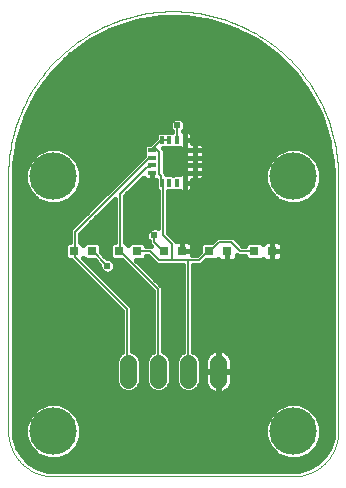
<source format=gtl>
G75*
%MOIN*%
%OFA0B0*%
%FSLAX25Y25*%
%IPPOS*%
%LPD*%
%AMOC8*
5,1,8,0,0,1.08239X$1,22.5*
%
%ADD10C,0.05543*%
%ADD11C,0.00000*%
%ADD12C,0.15811*%
%ADD13R,0.02756X0.01181*%
%ADD14R,0.01181X0.02756*%
%ADD15R,0.03150X0.03150*%
%ADD16C,0.00600*%
%ADD17C,0.02400*%
%ADD18C,0.01600*%
D10*
X0046800Y0051234D02*
X0046800Y0056778D01*
X0056800Y0056778D02*
X0056800Y0051234D01*
X0066800Y0051234D02*
X0066800Y0056778D01*
X0076800Y0056778D02*
X0076800Y0051234D01*
D11*
X0101800Y0019006D02*
X0102162Y0019010D01*
X0102525Y0019024D01*
X0102887Y0019045D01*
X0103248Y0019076D01*
X0103608Y0019115D01*
X0103967Y0019163D01*
X0104325Y0019220D01*
X0104682Y0019285D01*
X0105037Y0019359D01*
X0105390Y0019442D01*
X0105741Y0019533D01*
X0106089Y0019632D01*
X0106435Y0019740D01*
X0106779Y0019856D01*
X0107119Y0019981D01*
X0107456Y0020113D01*
X0107790Y0020254D01*
X0108121Y0020403D01*
X0108448Y0020560D01*
X0108771Y0020724D01*
X0109090Y0020896D01*
X0109404Y0021076D01*
X0109715Y0021264D01*
X0110020Y0021459D01*
X0110321Y0021661D01*
X0110617Y0021871D01*
X0110907Y0022087D01*
X0111193Y0022311D01*
X0111473Y0022541D01*
X0111747Y0022778D01*
X0112015Y0023022D01*
X0112278Y0023272D01*
X0112534Y0023528D01*
X0112784Y0023791D01*
X0113028Y0024059D01*
X0113265Y0024333D01*
X0113495Y0024613D01*
X0113719Y0024899D01*
X0113935Y0025189D01*
X0114145Y0025485D01*
X0114347Y0025786D01*
X0114542Y0026091D01*
X0114730Y0026402D01*
X0114910Y0026716D01*
X0115082Y0027035D01*
X0115246Y0027358D01*
X0115403Y0027685D01*
X0115552Y0028016D01*
X0115693Y0028350D01*
X0115825Y0028687D01*
X0115950Y0029027D01*
X0116066Y0029371D01*
X0116174Y0029717D01*
X0116273Y0030065D01*
X0116364Y0030416D01*
X0116447Y0030769D01*
X0116521Y0031124D01*
X0116586Y0031481D01*
X0116643Y0031839D01*
X0116691Y0032198D01*
X0116730Y0032558D01*
X0116761Y0032919D01*
X0116782Y0033281D01*
X0116796Y0033644D01*
X0116800Y0034006D01*
X0116800Y0119006D01*
X0116784Y0120345D01*
X0116735Y0121684D01*
X0116653Y0123021D01*
X0116539Y0124355D01*
X0116393Y0125687D01*
X0116214Y0127014D01*
X0116003Y0128337D01*
X0115759Y0129654D01*
X0115484Y0130965D01*
X0115177Y0132268D01*
X0114838Y0133564D01*
X0114468Y0134851D01*
X0114067Y0136129D01*
X0113634Y0137397D01*
X0113171Y0138654D01*
X0112677Y0139899D01*
X0112153Y0141132D01*
X0111600Y0142351D01*
X0111016Y0143557D01*
X0110404Y0144748D01*
X0109763Y0145924D01*
X0109093Y0147084D01*
X0108395Y0148227D01*
X0107670Y0149353D01*
X0106917Y0150461D01*
X0106138Y0151551D01*
X0105332Y0152621D01*
X0104501Y0153671D01*
X0103644Y0154700D01*
X0102762Y0155709D01*
X0101857Y0156695D01*
X0100927Y0157659D01*
X0099974Y0158601D01*
X0098999Y0159519D01*
X0098001Y0160412D01*
X0096982Y0161282D01*
X0095942Y0162126D01*
X0094882Y0162944D01*
X0093802Y0163737D01*
X0092704Y0164503D01*
X0091586Y0165242D01*
X0090452Y0165954D01*
X0089300Y0166637D01*
X0088132Y0167293D01*
X0086948Y0167920D01*
X0085750Y0168518D01*
X0084537Y0169086D01*
X0083311Y0169625D01*
X0082072Y0170134D01*
X0080821Y0170612D01*
X0079558Y0171060D01*
X0078286Y0171477D01*
X0077003Y0171863D01*
X0075711Y0172218D01*
X0074411Y0172541D01*
X0073104Y0172832D01*
X0071790Y0173091D01*
X0070470Y0173318D01*
X0069145Y0173513D01*
X0067815Y0173676D01*
X0066482Y0173806D01*
X0065147Y0173904D01*
X0063809Y0173969D01*
X0062470Y0174002D01*
X0061130Y0174002D01*
X0059791Y0173969D01*
X0058453Y0173904D01*
X0057118Y0173806D01*
X0055785Y0173676D01*
X0054455Y0173513D01*
X0053130Y0173318D01*
X0051810Y0173091D01*
X0050496Y0172832D01*
X0049189Y0172541D01*
X0047889Y0172218D01*
X0046597Y0171863D01*
X0045314Y0171477D01*
X0044042Y0171060D01*
X0042779Y0170612D01*
X0041528Y0170134D01*
X0040289Y0169625D01*
X0039063Y0169086D01*
X0037850Y0168518D01*
X0036652Y0167920D01*
X0035468Y0167293D01*
X0034300Y0166637D01*
X0033148Y0165954D01*
X0032014Y0165242D01*
X0030896Y0164503D01*
X0029798Y0163737D01*
X0028718Y0162944D01*
X0027658Y0162126D01*
X0026618Y0161282D01*
X0025599Y0160412D01*
X0024601Y0159519D01*
X0023626Y0158601D01*
X0022673Y0157659D01*
X0021743Y0156695D01*
X0020838Y0155709D01*
X0019956Y0154700D01*
X0019099Y0153671D01*
X0018268Y0152621D01*
X0017462Y0151551D01*
X0016683Y0150461D01*
X0015930Y0149353D01*
X0015205Y0148227D01*
X0014507Y0147084D01*
X0013837Y0145924D01*
X0013196Y0144748D01*
X0012584Y0143557D01*
X0012000Y0142351D01*
X0011447Y0141132D01*
X0010923Y0139899D01*
X0010429Y0138654D01*
X0009966Y0137397D01*
X0009533Y0136129D01*
X0009132Y0134851D01*
X0008762Y0133564D01*
X0008423Y0132268D01*
X0008116Y0130965D01*
X0007841Y0129654D01*
X0007597Y0128337D01*
X0007386Y0127014D01*
X0007207Y0125687D01*
X0007061Y0124355D01*
X0006947Y0123021D01*
X0006865Y0121684D01*
X0006816Y0120345D01*
X0006800Y0119006D01*
X0006800Y0034006D01*
X0006804Y0033644D01*
X0006818Y0033281D01*
X0006839Y0032919D01*
X0006870Y0032558D01*
X0006909Y0032198D01*
X0006957Y0031839D01*
X0007014Y0031481D01*
X0007079Y0031124D01*
X0007153Y0030769D01*
X0007236Y0030416D01*
X0007327Y0030065D01*
X0007426Y0029717D01*
X0007534Y0029371D01*
X0007650Y0029027D01*
X0007775Y0028687D01*
X0007907Y0028350D01*
X0008048Y0028016D01*
X0008197Y0027685D01*
X0008354Y0027358D01*
X0008518Y0027035D01*
X0008690Y0026716D01*
X0008870Y0026402D01*
X0009058Y0026091D01*
X0009253Y0025786D01*
X0009455Y0025485D01*
X0009665Y0025189D01*
X0009881Y0024899D01*
X0010105Y0024613D01*
X0010335Y0024333D01*
X0010572Y0024059D01*
X0010816Y0023791D01*
X0011066Y0023528D01*
X0011322Y0023272D01*
X0011585Y0023022D01*
X0011853Y0022778D01*
X0012127Y0022541D01*
X0012407Y0022311D01*
X0012693Y0022087D01*
X0012983Y0021871D01*
X0013279Y0021661D01*
X0013580Y0021459D01*
X0013885Y0021264D01*
X0014196Y0021076D01*
X0014510Y0020896D01*
X0014829Y0020724D01*
X0015152Y0020560D01*
X0015479Y0020403D01*
X0015810Y0020254D01*
X0016144Y0020113D01*
X0016481Y0019981D01*
X0016821Y0019856D01*
X0017165Y0019740D01*
X0017511Y0019632D01*
X0017859Y0019533D01*
X0018210Y0019442D01*
X0018563Y0019359D01*
X0018918Y0019285D01*
X0019275Y0019220D01*
X0019633Y0019163D01*
X0019992Y0019115D01*
X0020352Y0019076D01*
X0020713Y0019045D01*
X0021075Y0019024D01*
X0021438Y0019010D01*
X0021800Y0019006D01*
X0101800Y0019006D01*
D12*
X0101800Y0034006D03*
X0101800Y0119006D03*
X0021800Y0119006D03*
X0021800Y0034006D03*
D13*
X0054713Y0120148D03*
X0054713Y0122707D03*
X0054713Y0125266D03*
X0054713Y0127825D03*
X0068887Y0127825D03*
X0068887Y0125266D03*
X0068887Y0122707D03*
X0068887Y0120148D03*
D14*
X0065658Y0116919D03*
X0063099Y0116919D03*
X0060540Y0116919D03*
X0057981Y0116919D03*
X0057981Y0131093D03*
X0060540Y0131093D03*
X0063099Y0131093D03*
X0065658Y0131093D03*
D15*
X0064753Y0094006D03*
X0058847Y0094006D03*
X0049753Y0094006D03*
X0043847Y0094006D03*
X0034753Y0094006D03*
X0028847Y0094006D03*
X0073847Y0094006D03*
X0079753Y0094006D03*
X0088847Y0094006D03*
X0094753Y0094006D03*
D16*
X0088847Y0094006D02*
X0084200Y0094006D01*
X0081200Y0097006D01*
X0077000Y0097006D01*
X0074000Y0094006D01*
X0073847Y0094006D01*
X0073400Y0094006D01*
X0070400Y0091006D01*
X0066800Y0091006D01*
X0066800Y0054006D01*
X0056800Y0054006D02*
X0056600Y0054406D01*
X0056600Y0081406D01*
X0044000Y0094006D01*
X0043847Y0094006D01*
X0044000Y0094006D02*
X0044000Y0113206D01*
X0053000Y0122206D01*
X0054200Y0122206D01*
X0054713Y0122707D01*
X0054200Y0125206D02*
X0054713Y0125266D01*
X0054200Y0125206D02*
X0053600Y0125206D01*
X0029000Y0100606D01*
X0029000Y0094006D01*
X0028847Y0094006D01*
X0029000Y0094006D02*
X0029000Y0092206D01*
X0046400Y0074806D01*
X0046400Y0054406D01*
X0046800Y0054006D01*
X0039800Y0089206D02*
X0035000Y0094006D01*
X0034753Y0094006D01*
X0049753Y0094006D02*
X0054200Y0094006D01*
X0057200Y0091006D01*
X0061400Y0091006D01*
X0061400Y0096406D01*
X0058400Y0099406D01*
X0058400Y0116806D01*
X0057981Y0116919D01*
X0057800Y0117406D01*
X0057800Y0119206D01*
X0057200Y0119806D01*
X0057200Y0127006D01*
X0055400Y0128806D01*
X0054800Y0128206D01*
X0054713Y0127825D01*
X0055400Y0128806D02*
X0057800Y0131206D01*
X0057981Y0131093D01*
X0058400Y0131206D01*
X0060200Y0131206D01*
X0060540Y0131093D01*
X0063099Y0131093D02*
X0063200Y0131206D01*
X0063200Y0136006D01*
X0055400Y0099406D02*
X0055400Y0097006D01*
X0058400Y0094006D01*
X0058847Y0094006D01*
X0061400Y0091006D02*
X0066800Y0091006D01*
D17*
X0055400Y0099406D03*
X0050600Y0109606D03*
X0039800Y0089206D03*
X0063200Y0136006D03*
D18*
X0011328Y0025970D02*
X0013764Y0023534D01*
X0016749Y0021811D01*
X0020077Y0020919D01*
X0021800Y0020806D01*
X0101800Y0020806D01*
X0103523Y0020919D01*
X0106851Y0021811D01*
X0109836Y0023534D01*
X0112272Y0025970D01*
X0113995Y0028954D01*
X0114887Y0032283D01*
X0115000Y0034006D01*
X0115000Y0119006D01*
X0114836Y0123180D01*
X0113530Y0131425D01*
X0110950Y0139365D01*
X0107160Y0146803D01*
X0107160Y0146803D01*
X0102254Y0153557D01*
X0102254Y0153557D01*
X0096351Y0159459D01*
X0089597Y0164366D01*
X0082159Y0168156D01*
X0074219Y0170736D01*
X0065974Y0172042D01*
X0057626Y0172042D01*
X0049381Y0170736D01*
X0041441Y0168156D01*
X0034003Y0164366D01*
X0027249Y0159459D01*
X0021346Y0153557D01*
X0016440Y0146803D01*
X0012650Y0139365D01*
X0010070Y0131425D01*
X0008764Y0123180D01*
X0008600Y0119006D01*
X0008600Y0034006D01*
X0008713Y0032283D01*
X0009605Y0028954D01*
X0011328Y0025970D01*
X0011898Y0025400D02*
X0018260Y0025400D01*
X0019949Y0024700D02*
X0016529Y0026117D01*
X0013911Y0028735D01*
X0012494Y0032155D01*
X0012494Y0035857D01*
X0013911Y0039277D01*
X0016529Y0041895D01*
X0019949Y0043311D01*
X0023651Y0043311D01*
X0027071Y0041895D01*
X0029689Y0039277D01*
X0031105Y0035857D01*
X0031105Y0032155D01*
X0029689Y0028735D01*
X0027071Y0026117D01*
X0023651Y0024700D01*
X0019949Y0024700D01*
X0016069Y0022203D02*
X0107531Y0022203D01*
X0105340Y0025400D02*
X0111702Y0025400D01*
X0112866Y0026998D02*
X0107953Y0026998D01*
X0107071Y0026117D02*
X0109689Y0028735D01*
X0111105Y0032155D01*
X0111105Y0035857D01*
X0109689Y0039277D01*
X0107071Y0041895D01*
X0103651Y0043311D01*
X0099949Y0043311D01*
X0096529Y0041895D01*
X0093911Y0039277D01*
X0092494Y0035857D01*
X0092494Y0032155D01*
X0093911Y0028735D01*
X0096529Y0026117D01*
X0099949Y0024700D01*
X0103651Y0024700D01*
X0107071Y0026117D01*
X0109551Y0028597D02*
X0113789Y0028597D01*
X0114328Y0030195D02*
X0110294Y0030195D01*
X0110956Y0031794D02*
X0114756Y0031794D01*
X0114960Y0033393D02*
X0111105Y0033393D01*
X0111105Y0034991D02*
X0115000Y0034991D01*
X0115000Y0036590D02*
X0110802Y0036590D01*
X0110140Y0038188D02*
X0115000Y0038188D01*
X0115000Y0039787D02*
X0109179Y0039787D01*
X0107581Y0041385D02*
X0115000Y0041385D01*
X0115000Y0042984D02*
X0104442Y0042984D01*
X0099158Y0042984D02*
X0024442Y0042984D01*
X0027581Y0041385D02*
X0096019Y0041385D01*
X0094421Y0039787D02*
X0029179Y0039787D01*
X0030140Y0038188D02*
X0093460Y0038188D01*
X0092798Y0036590D02*
X0030802Y0036590D01*
X0031105Y0034991D02*
X0092494Y0034991D01*
X0092494Y0033393D02*
X0031105Y0033393D01*
X0030956Y0031794D02*
X0092644Y0031794D01*
X0093306Y0030195D02*
X0030294Y0030195D01*
X0029551Y0028597D02*
X0094049Y0028597D01*
X0095647Y0026998D02*
X0027953Y0026998D01*
X0025340Y0025400D02*
X0098260Y0025400D01*
X0110103Y0023801D02*
X0013497Y0023801D01*
X0015647Y0026998D02*
X0010734Y0026998D01*
X0009811Y0028597D02*
X0014049Y0028597D01*
X0013306Y0030195D02*
X0009272Y0030195D01*
X0008844Y0031794D02*
X0012644Y0031794D01*
X0012494Y0033393D02*
X0008640Y0033393D01*
X0008600Y0034991D02*
X0012494Y0034991D01*
X0012798Y0036590D02*
X0008600Y0036590D01*
X0008600Y0038188D02*
X0013460Y0038188D01*
X0014421Y0039787D02*
X0008600Y0039787D01*
X0008600Y0041385D02*
X0016019Y0041385D01*
X0019158Y0042984D02*
X0008600Y0042984D01*
X0008600Y0044582D02*
X0115000Y0044582D01*
X0115000Y0046181D02*
X0008600Y0046181D01*
X0008600Y0047779D02*
X0044356Y0047779D01*
X0044437Y0047698D02*
X0045970Y0047063D01*
X0047630Y0047063D01*
X0049163Y0047698D01*
X0050337Y0048871D01*
X0050972Y0050404D01*
X0050972Y0057607D01*
X0050337Y0059141D01*
X0049163Y0060314D01*
X0048100Y0060754D01*
X0048100Y0075510D01*
X0031790Y0091820D01*
X0031800Y0091829D01*
X0032598Y0091031D01*
X0035571Y0091031D01*
X0037200Y0089402D01*
X0037200Y0088689D01*
X0037596Y0087733D01*
X0038327Y0087002D01*
X0039283Y0086606D01*
X0040317Y0086606D01*
X0041273Y0087002D01*
X0042004Y0087733D01*
X0042400Y0088689D01*
X0042400Y0089723D01*
X0042004Y0090679D01*
X0041273Y0091410D01*
X0040317Y0091806D01*
X0039604Y0091806D01*
X0037728Y0093683D01*
X0037728Y0096161D01*
X0036907Y0096981D01*
X0032598Y0096981D01*
X0031800Y0096183D01*
X0031002Y0096981D01*
X0030700Y0096981D01*
X0030700Y0099902D01*
X0042300Y0111502D01*
X0042300Y0096981D01*
X0041693Y0096981D01*
X0040872Y0096161D01*
X0040872Y0091851D01*
X0041693Y0091031D01*
X0044571Y0091031D01*
X0054900Y0080702D01*
X0054900Y0060506D01*
X0054437Y0060314D01*
X0053263Y0059141D01*
X0052628Y0057607D01*
X0052628Y0050404D01*
X0053263Y0048871D01*
X0054437Y0047698D01*
X0055970Y0047063D01*
X0057630Y0047063D01*
X0059163Y0047698D01*
X0060337Y0048871D01*
X0060972Y0050404D01*
X0060972Y0057607D01*
X0060337Y0059141D01*
X0059163Y0060314D01*
X0058300Y0060672D01*
X0058300Y0082110D01*
X0049379Y0091031D01*
X0051907Y0091031D01*
X0052728Y0091851D01*
X0052728Y0092306D01*
X0053496Y0092306D01*
X0055500Y0090302D01*
X0056496Y0089306D01*
X0065100Y0089306D01*
X0065100Y0060589D01*
X0064437Y0060314D01*
X0063263Y0059141D01*
X0062628Y0057607D01*
X0062628Y0050404D01*
X0063263Y0048871D01*
X0064437Y0047698D01*
X0065970Y0047063D01*
X0067630Y0047063D01*
X0069163Y0047698D01*
X0070337Y0048871D01*
X0070972Y0050404D01*
X0070972Y0057607D01*
X0070337Y0059141D01*
X0069163Y0060314D01*
X0068500Y0060589D01*
X0068500Y0089306D01*
X0071104Y0089306D01*
X0072829Y0091031D01*
X0076002Y0091031D01*
X0076576Y0091605D01*
X0076738Y0091326D01*
X0077073Y0090991D01*
X0077483Y0090754D01*
X0077941Y0090631D01*
X0079753Y0090631D01*
X0081565Y0090631D01*
X0082022Y0090754D01*
X0082433Y0090991D01*
X0082768Y0091326D01*
X0083005Y0091736D01*
X0083128Y0092194D01*
X0083128Y0092674D01*
X0083496Y0092306D01*
X0085872Y0092306D01*
X0085872Y0091851D01*
X0086693Y0091031D01*
X0091002Y0091031D01*
X0091576Y0091605D01*
X0091738Y0091326D01*
X0092073Y0090991D01*
X0092483Y0090754D01*
X0092941Y0090631D01*
X0094753Y0090631D01*
X0096565Y0090631D01*
X0097022Y0090754D01*
X0097433Y0090991D01*
X0097768Y0091326D01*
X0098005Y0091736D01*
X0098128Y0092194D01*
X0098128Y0094006D01*
X0098128Y0095818D01*
X0098005Y0096275D01*
X0097768Y0096686D01*
X0097433Y0097021D01*
X0097022Y0097258D01*
X0096565Y0097381D01*
X0094753Y0097381D01*
X0094753Y0094006D01*
X0098128Y0094006D01*
X0094753Y0094006D01*
X0094753Y0094006D01*
X0094753Y0094006D01*
X0094753Y0090631D01*
X0094753Y0094006D01*
X0094753Y0094006D01*
X0094753Y0097381D01*
X0092941Y0097381D01*
X0092483Y0097258D01*
X0092073Y0097021D01*
X0091738Y0096686D01*
X0091576Y0096406D01*
X0091002Y0096981D01*
X0086693Y0096981D01*
X0085872Y0096161D01*
X0085872Y0095706D01*
X0084904Y0095706D01*
X0082900Y0097710D01*
X0081904Y0098706D01*
X0076296Y0098706D01*
X0074571Y0096981D01*
X0071693Y0096981D01*
X0070872Y0096161D01*
X0070872Y0093883D01*
X0069696Y0092706D01*
X0068128Y0092706D01*
X0068128Y0094006D01*
X0068128Y0095818D01*
X0068005Y0096275D01*
X0067768Y0096686D01*
X0067433Y0097021D01*
X0067022Y0097258D01*
X0066565Y0097381D01*
X0064753Y0097381D01*
X0064753Y0094006D01*
X0068128Y0094006D01*
X0064753Y0094006D01*
X0064753Y0094006D01*
X0064753Y0094006D01*
X0064753Y0097381D01*
X0062941Y0097381D01*
X0062853Y0097357D01*
X0062104Y0098106D01*
X0060100Y0100110D01*
X0060100Y0114141D01*
X0061711Y0114141D01*
X0061820Y0114250D01*
X0061929Y0114141D01*
X0063922Y0114141D01*
X0063962Y0114101D01*
X0064373Y0113864D01*
X0064831Y0113741D01*
X0065658Y0113741D01*
X0065658Y0116919D01*
X0065658Y0116919D01*
X0065658Y0113741D01*
X0066486Y0113741D01*
X0066944Y0113864D01*
X0067354Y0114101D01*
X0067689Y0114436D01*
X0067926Y0114847D01*
X0068049Y0115304D01*
X0068049Y0116919D01*
X0065658Y0116919D01*
X0065658Y0116919D01*
X0065658Y0120097D01*
X0064831Y0120097D01*
X0064373Y0119975D01*
X0063962Y0119738D01*
X0063922Y0119697D01*
X0061929Y0119697D01*
X0061820Y0119588D01*
X0061711Y0119697D01*
X0059500Y0119697D01*
X0059500Y0119910D01*
X0058900Y0120510D01*
X0058900Y0127710D01*
X0058295Y0128315D01*
X0059152Y0128315D01*
X0059261Y0128424D01*
X0059370Y0128315D01*
X0061711Y0128315D01*
X0061820Y0128424D01*
X0061929Y0128315D01*
X0063922Y0128315D01*
X0063962Y0128274D01*
X0064373Y0128037D01*
X0064831Y0127915D01*
X0065658Y0127915D01*
X0065658Y0131092D01*
X0065658Y0131092D01*
X0065658Y0127915D01*
X0065709Y0127915D01*
X0065709Y0127825D01*
X0068886Y0127825D01*
X0068886Y0127825D01*
X0068887Y0127825D02*
X0068887Y0130215D01*
X0068887Y0127825D01*
X0072065Y0127825D01*
X0072065Y0128652D01*
X0071942Y0129110D01*
X0071705Y0129521D01*
X0071370Y0129856D01*
X0070959Y0130093D01*
X0070502Y0130215D01*
X0068887Y0130215D01*
X0068049Y0130215D01*
X0068049Y0131092D01*
X0065658Y0131092D01*
X0065658Y0131093D01*
X0065658Y0134270D01*
X0065141Y0134270D01*
X0065404Y0134533D01*
X0065800Y0135489D01*
X0065800Y0136523D01*
X0065404Y0137479D01*
X0064673Y0138210D01*
X0063717Y0138606D01*
X0062683Y0138606D01*
X0061727Y0138210D01*
X0060996Y0137479D01*
X0060600Y0136523D01*
X0060600Y0135489D01*
X0060996Y0134533D01*
X0061500Y0134029D01*
X0061500Y0133870D01*
X0059370Y0133870D01*
X0059261Y0133761D01*
X0059152Y0133870D01*
X0056811Y0133870D01*
X0055991Y0133050D01*
X0055991Y0131801D01*
X0054696Y0130506D01*
X0054005Y0129815D01*
X0052756Y0129815D01*
X0051935Y0128995D01*
X0051935Y0126654D01*
X0052045Y0126545D01*
X0051935Y0126436D01*
X0051935Y0125945D01*
X0028296Y0102306D01*
X0027300Y0101310D01*
X0027300Y0096981D01*
X0026693Y0096981D01*
X0025872Y0096161D01*
X0025872Y0091851D01*
X0026693Y0091031D01*
X0027771Y0091031D01*
X0044700Y0074102D01*
X0044700Y0060423D01*
X0044437Y0060314D01*
X0043263Y0059141D01*
X0042628Y0057607D01*
X0042628Y0050404D01*
X0043263Y0048871D01*
X0044437Y0047698D01*
X0043054Y0049378D02*
X0008600Y0049378D01*
X0008600Y0050976D02*
X0042628Y0050976D01*
X0042628Y0052575D02*
X0008600Y0052575D01*
X0008600Y0054173D02*
X0042628Y0054173D01*
X0042628Y0055772D02*
X0008600Y0055772D01*
X0008600Y0057370D02*
X0042628Y0057370D01*
X0043192Y0058969D02*
X0008600Y0058969D01*
X0008600Y0060567D02*
X0044700Y0060567D01*
X0044700Y0062166D02*
X0008600Y0062166D01*
X0008600Y0063764D02*
X0044700Y0063764D01*
X0044700Y0065363D02*
X0008600Y0065363D01*
X0008600Y0066961D02*
X0044700Y0066961D01*
X0044700Y0068560D02*
X0008600Y0068560D01*
X0008600Y0070158D02*
X0044700Y0070158D01*
X0044700Y0071757D02*
X0008600Y0071757D01*
X0008600Y0073355D02*
X0044700Y0073355D01*
X0043848Y0074954D02*
X0008600Y0074954D01*
X0008600Y0076552D02*
X0042249Y0076552D01*
X0040651Y0078151D02*
X0008600Y0078151D01*
X0008600Y0079749D02*
X0039052Y0079749D01*
X0037454Y0081348D02*
X0008600Y0081348D01*
X0008600Y0082946D02*
X0035855Y0082946D01*
X0034257Y0084545D02*
X0008600Y0084545D01*
X0008600Y0086143D02*
X0032658Y0086143D01*
X0031060Y0087742D02*
X0008600Y0087742D01*
X0008600Y0089340D02*
X0029461Y0089340D01*
X0027863Y0090939D02*
X0008600Y0090939D01*
X0008600Y0092537D02*
X0025872Y0092537D01*
X0025872Y0094136D02*
X0008600Y0094136D01*
X0008600Y0095734D02*
X0025872Y0095734D01*
X0027300Y0097333D02*
X0008600Y0097333D01*
X0008600Y0098931D02*
X0027300Y0098931D01*
X0027300Y0100530D02*
X0008600Y0100530D01*
X0008600Y0102128D02*
X0028118Y0102128D01*
X0029717Y0103727D02*
X0008600Y0103727D01*
X0008600Y0105326D02*
X0031315Y0105326D01*
X0032914Y0106924D02*
X0008600Y0106924D01*
X0008600Y0108523D02*
X0034512Y0108523D01*
X0036111Y0110121D02*
X0024667Y0110121D01*
X0023651Y0109700D02*
X0027071Y0111117D01*
X0029689Y0113735D01*
X0031105Y0117155D01*
X0031105Y0120857D01*
X0029689Y0124277D01*
X0027071Y0126895D01*
X0023651Y0128311D01*
X0019949Y0128311D01*
X0016529Y0126895D01*
X0013911Y0124277D01*
X0012494Y0120857D01*
X0012494Y0117155D01*
X0013911Y0113735D01*
X0016529Y0111117D01*
X0019949Y0109700D01*
X0023651Y0109700D01*
X0027674Y0111720D02*
X0037709Y0111720D01*
X0039308Y0113318D02*
X0029272Y0113318D01*
X0030178Y0114917D02*
X0040907Y0114917D01*
X0042505Y0116515D02*
X0030840Y0116515D01*
X0031105Y0118114D02*
X0044104Y0118114D01*
X0045702Y0119712D02*
X0031105Y0119712D01*
X0030918Y0121311D02*
X0047301Y0121311D01*
X0048899Y0122909D02*
X0030255Y0122909D01*
X0029458Y0124508D02*
X0050498Y0124508D01*
X0051935Y0126106D02*
X0027860Y0126106D01*
X0025116Y0127705D02*
X0051935Y0127705D01*
X0052243Y0129303D02*
X0009734Y0129303D01*
X0009481Y0127705D02*
X0018484Y0127705D01*
X0015740Y0126106D02*
X0009227Y0126106D01*
X0008974Y0124508D02*
X0014142Y0124508D01*
X0013345Y0122909D02*
X0008753Y0122909D01*
X0008691Y0121311D02*
X0012682Y0121311D01*
X0012494Y0119712D02*
X0008628Y0119712D01*
X0008600Y0118114D02*
X0012494Y0118114D01*
X0012759Y0116515D02*
X0008600Y0116515D01*
X0008600Y0114917D02*
X0013422Y0114917D01*
X0014328Y0113318D02*
X0008600Y0113318D01*
X0008600Y0111720D02*
X0015926Y0111720D01*
X0018933Y0110121D02*
X0008600Y0110121D01*
X0009987Y0130902D02*
X0055092Y0130902D01*
X0055991Y0132500D02*
X0010419Y0132500D01*
X0010939Y0134099D02*
X0061430Y0134099D01*
X0060600Y0135697D02*
X0011458Y0135697D01*
X0011977Y0137296D02*
X0060920Y0137296D01*
X0065480Y0137296D02*
X0111623Y0137296D01*
X0111103Y0138894D02*
X0012497Y0138894D01*
X0013224Y0140493D02*
X0110376Y0140493D01*
X0109561Y0142091D02*
X0014039Y0142091D01*
X0014853Y0143690D02*
X0108747Y0143690D01*
X0107932Y0145288D02*
X0015668Y0145288D01*
X0016501Y0146887D02*
X0107099Y0146887D01*
X0105938Y0148485D02*
X0017662Y0148485D01*
X0018823Y0150084D02*
X0104777Y0150084D01*
X0103615Y0151682D02*
X0019985Y0151682D01*
X0021146Y0153281D02*
X0102454Y0153281D01*
X0100931Y0154879D02*
X0022669Y0154879D01*
X0024268Y0156478D02*
X0099332Y0156478D01*
X0097734Y0158076D02*
X0025866Y0158076D01*
X0027546Y0159675D02*
X0096054Y0159675D01*
X0093854Y0161273D02*
X0029746Y0161273D01*
X0031946Y0162872D02*
X0091654Y0162872D01*
X0089393Y0164470D02*
X0034207Y0164470D01*
X0037345Y0166069D02*
X0086255Y0166069D01*
X0083118Y0167667D02*
X0040482Y0167667D01*
X0044856Y0169266D02*
X0078744Y0169266D01*
X0073408Y0170864D02*
X0050192Y0170864D01*
X0065800Y0135697D02*
X0112142Y0135697D01*
X0112661Y0134099D02*
X0067029Y0134099D01*
X0066944Y0134148D02*
X0066486Y0134270D01*
X0065658Y0134270D01*
X0065658Y0131093D01*
X0065658Y0131093D01*
X0068049Y0131093D01*
X0068049Y0132707D01*
X0067926Y0133165D01*
X0067689Y0133576D01*
X0067354Y0133911D01*
X0066944Y0134148D01*
X0065658Y0134099D02*
X0065658Y0134099D01*
X0065658Y0132500D02*
X0065658Y0132500D01*
X0065658Y0130902D02*
X0065658Y0130902D01*
X0065658Y0129303D02*
X0065658Y0129303D01*
X0065709Y0127825D02*
X0065709Y0126997D01*
X0065830Y0126545D01*
X0065709Y0126093D01*
X0065709Y0125266D01*
X0068886Y0125266D01*
X0068886Y0125266D01*
X0068887Y0125266D02*
X0068887Y0127656D01*
X0068887Y0127825D01*
X0068887Y0127825D01*
X0068887Y0127825D01*
X0072065Y0127825D01*
X0072065Y0126997D01*
X0071943Y0126545D01*
X0072065Y0126093D01*
X0072065Y0125266D01*
X0068887Y0125266D01*
X0068887Y0125266D01*
X0068887Y0125266D01*
X0068887Y0127825D01*
X0068887Y0127825D01*
X0068886Y0127825D02*
X0065709Y0127825D01*
X0065709Y0127705D02*
X0058900Y0127705D01*
X0058900Y0126106D02*
X0065712Y0126106D01*
X0065709Y0125266D02*
X0065709Y0124438D01*
X0065830Y0123986D01*
X0065709Y0123534D01*
X0065709Y0122707D01*
X0068886Y0122707D01*
X0068886Y0122707D01*
X0068887Y0122707D02*
X0068887Y0122875D01*
X0068887Y0125266D01*
X0072065Y0125266D01*
X0072065Y0124438D01*
X0071943Y0123986D01*
X0072065Y0123534D01*
X0072065Y0122707D01*
X0068887Y0122707D01*
X0068887Y0122707D01*
X0068887Y0122707D01*
X0068887Y0125266D01*
X0068887Y0125266D01*
X0068886Y0125266D02*
X0065709Y0125266D01*
X0065709Y0124508D02*
X0058900Y0124508D01*
X0058900Y0122909D02*
X0065709Y0122909D01*
X0065709Y0122707D02*
X0065709Y0121879D01*
X0065830Y0121427D01*
X0065709Y0120975D01*
X0065709Y0120148D01*
X0068886Y0120148D01*
X0068886Y0120148D01*
X0068887Y0120148D02*
X0068887Y0122538D01*
X0068887Y0122707D01*
X0072065Y0122707D01*
X0072065Y0121879D01*
X0071943Y0121427D01*
X0072065Y0120975D01*
X0072065Y0120148D01*
X0068887Y0120148D01*
X0068887Y0120148D01*
X0068887Y0120148D01*
X0068887Y0122707D01*
X0068887Y0122707D01*
X0068886Y0122707D02*
X0065709Y0122707D01*
X0065799Y0121311D02*
X0058900Y0121311D01*
X0059500Y0119712D02*
X0063937Y0119712D01*
X0065658Y0119712D02*
X0065658Y0119712D01*
X0065658Y0120097D02*
X0065658Y0116919D01*
X0065658Y0116919D01*
X0068049Y0116919D01*
X0068049Y0117757D01*
X0068887Y0117757D01*
X0070502Y0117757D01*
X0070959Y0117880D01*
X0071370Y0118117D01*
X0071705Y0118452D01*
X0071942Y0118862D01*
X0072065Y0119320D01*
X0072065Y0120148D01*
X0068887Y0120148D01*
X0068887Y0117757D01*
X0068887Y0120148D01*
X0068887Y0120148D01*
X0068886Y0120148D02*
X0065709Y0120148D01*
X0065709Y0120097D01*
X0065658Y0120097D01*
X0065658Y0118114D02*
X0065658Y0118114D01*
X0065658Y0116515D02*
X0065658Y0116515D01*
X0065658Y0114917D02*
X0065658Y0114917D01*
X0067945Y0114917D02*
X0093422Y0114917D01*
X0093911Y0113735D02*
X0092494Y0117155D01*
X0092494Y0120857D01*
X0093911Y0124277D01*
X0096529Y0126895D01*
X0099949Y0128311D01*
X0103651Y0128311D01*
X0107071Y0126895D01*
X0109689Y0124277D01*
X0111105Y0120857D01*
X0111105Y0117155D01*
X0109689Y0113735D01*
X0107071Y0111117D01*
X0103651Y0109700D01*
X0099949Y0109700D01*
X0096529Y0111117D01*
X0093911Y0113735D01*
X0094328Y0113318D02*
X0060100Y0113318D01*
X0060100Y0111720D02*
X0095926Y0111720D01*
X0098933Y0110121D02*
X0060100Y0110121D01*
X0060100Y0108523D02*
X0115000Y0108523D01*
X0115000Y0110121D02*
X0104667Y0110121D01*
X0107674Y0111720D02*
X0115000Y0111720D01*
X0115000Y0113318D02*
X0109272Y0113318D01*
X0110178Y0114917D02*
X0115000Y0114917D01*
X0115000Y0116515D02*
X0110840Y0116515D01*
X0111105Y0118114D02*
X0115000Y0118114D01*
X0114972Y0119712D02*
X0111105Y0119712D01*
X0110918Y0121311D02*
X0114909Y0121311D01*
X0114847Y0122909D02*
X0110255Y0122909D01*
X0109458Y0124508D02*
X0114626Y0124508D01*
X0114373Y0126106D02*
X0107860Y0126106D01*
X0105116Y0127705D02*
X0114119Y0127705D01*
X0113866Y0129303D02*
X0071830Y0129303D01*
X0072065Y0127705D02*
X0098484Y0127705D01*
X0095740Y0126106D02*
X0072061Y0126106D01*
X0072065Y0124508D02*
X0094142Y0124508D01*
X0093345Y0122909D02*
X0072065Y0122909D01*
X0071975Y0121311D02*
X0092682Y0121311D01*
X0092494Y0119712D02*
X0072065Y0119712D01*
X0071364Y0118114D02*
X0092494Y0118114D01*
X0092759Y0116515D02*
X0068049Y0116515D01*
X0068887Y0118114D02*
X0068887Y0118114D01*
X0068887Y0119712D02*
X0068887Y0119712D01*
X0068887Y0121311D02*
X0068887Y0121311D01*
X0068887Y0122909D02*
X0068887Y0122909D01*
X0068887Y0124508D02*
X0068887Y0124508D01*
X0068887Y0126106D02*
X0068887Y0126106D01*
X0068887Y0127705D02*
X0068887Y0127705D01*
X0068887Y0129303D02*
X0068887Y0129303D01*
X0068049Y0130902D02*
X0113613Y0130902D01*
X0113181Y0132500D02*
X0068049Y0132500D01*
X0055991Y0117757D02*
X0055991Y0117537D01*
X0055961Y0117473D01*
X0055991Y0117394D01*
X0055991Y0114961D01*
X0056700Y0114252D01*
X0056700Y0101682D01*
X0055917Y0102006D01*
X0054883Y0102006D01*
X0053927Y0101610D01*
X0053196Y0100879D01*
X0052800Y0099923D01*
X0052800Y0098889D01*
X0053196Y0097933D01*
X0053700Y0097429D01*
X0053700Y0096302D01*
X0054296Y0095706D01*
X0053496Y0095706D01*
X0052728Y0095706D01*
X0052728Y0096161D01*
X0051907Y0096981D01*
X0047598Y0096981D01*
X0046800Y0096183D01*
X0046002Y0096981D01*
X0045700Y0096981D01*
X0045700Y0112502D01*
X0051805Y0118607D01*
X0051895Y0118452D01*
X0052230Y0118117D01*
X0052641Y0117880D01*
X0053098Y0117757D01*
X0054713Y0117757D01*
X0054713Y0120148D01*
X0054713Y0120148D01*
X0054713Y0117757D01*
X0055991Y0117757D01*
X0055991Y0116515D02*
X0049713Y0116515D01*
X0051312Y0118114D02*
X0052236Y0118114D01*
X0054713Y0118114D02*
X0054713Y0118114D01*
X0054713Y0119712D02*
X0054713Y0119712D01*
X0056035Y0114917D02*
X0048115Y0114917D01*
X0046516Y0113318D02*
X0056700Y0113318D01*
X0056700Y0111720D02*
X0045700Y0111720D01*
X0045700Y0110121D02*
X0056700Y0110121D01*
X0056700Y0108523D02*
X0045700Y0108523D01*
X0045700Y0106924D02*
X0056700Y0106924D01*
X0056700Y0105326D02*
X0045700Y0105326D01*
X0045700Y0103727D02*
X0056700Y0103727D01*
X0056700Y0102128D02*
X0045700Y0102128D01*
X0045700Y0100530D02*
X0053051Y0100530D01*
X0052800Y0098931D02*
X0045700Y0098931D01*
X0045700Y0097333D02*
X0053700Y0097333D01*
X0054267Y0095734D02*
X0052728Y0095734D01*
X0054863Y0090939D02*
X0049471Y0090939D01*
X0051070Y0089340D02*
X0056461Y0089340D01*
X0054267Y0086143D02*
X0065100Y0086143D01*
X0065100Y0084545D02*
X0055865Y0084545D01*
X0057464Y0082946D02*
X0065100Y0082946D01*
X0065100Y0081348D02*
X0058300Y0081348D01*
X0058300Y0079749D02*
X0065100Y0079749D01*
X0065100Y0078151D02*
X0058300Y0078151D01*
X0058300Y0076552D02*
X0065100Y0076552D01*
X0065100Y0074954D02*
X0058300Y0074954D01*
X0058300Y0073355D02*
X0065100Y0073355D01*
X0065100Y0071757D02*
X0058300Y0071757D01*
X0058300Y0070158D02*
X0065100Y0070158D01*
X0065100Y0068560D02*
X0058300Y0068560D01*
X0058300Y0066961D02*
X0065100Y0066961D01*
X0065100Y0065363D02*
X0058300Y0065363D01*
X0058300Y0063764D02*
X0065100Y0063764D01*
X0065100Y0062166D02*
X0058300Y0062166D01*
X0058552Y0060567D02*
X0065048Y0060567D01*
X0063192Y0058969D02*
X0060408Y0058969D01*
X0060972Y0057370D02*
X0062628Y0057370D01*
X0062628Y0055772D02*
X0060972Y0055772D01*
X0060972Y0054173D02*
X0062628Y0054173D01*
X0062628Y0052575D02*
X0060972Y0052575D01*
X0060972Y0050976D02*
X0062628Y0050976D01*
X0063054Y0049378D02*
X0060546Y0049378D01*
X0059244Y0047779D02*
X0064356Y0047779D01*
X0069244Y0047779D02*
X0073790Y0047779D01*
X0073822Y0047747D02*
X0074404Y0047324D01*
X0075045Y0046998D01*
X0075729Y0046775D01*
X0076440Y0046663D01*
X0076714Y0046663D01*
X0076714Y0053920D01*
X0072228Y0053920D01*
X0072228Y0050874D01*
X0072341Y0050164D01*
X0072563Y0049479D01*
X0072890Y0048838D01*
X0073313Y0048256D01*
X0073822Y0047747D01*
X0072615Y0049378D02*
X0070546Y0049378D01*
X0070972Y0050976D02*
X0072228Y0050976D01*
X0072228Y0052575D02*
X0070972Y0052575D01*
X0070972Y0054173D02*
X0072228Y0054173D01*
X0072228Y0054092D02*
X0076714Y0054092D01*
X0076714Y0061349D01*
X0076440Y0061349D01*
X0075729Y0061237D01*
X0075045Y0061014D01*
X0074404Y0060688D01*
X0073822Y0060265D01*
X0073313Y0059756D01*
X0072890Y0059174D01*
X0072563Y0058532D01*
X0072341Y0057848D01*
X0072228Y0057137D01*
X0072228Y0054092D01*
X0072228Y0055772D02*
X0070972Y0055772D01*
X0070972Y0057370D02*
X0072265Y0057370D01*
X0072786Y0058969D02*
X0070408Y0058969D01*
X0068552Y0060567D02*
X0074238Y0060567D01*
X0076714Y0060567D02*
X0076886Y0060567D01*
X0076886Y0061349D02*
X0076886Y0054092D01*
X0076714Y0054092D01*
X0076714Y0053920D01*
X0076886Y0053920D01*
X0076886Y0054092D01*
X0081372Y0054092D01*
X0081372Y0057137D01*
X0081259Y0057848D01*
X0081037Y0058532D01*
X0080710Y0059174D01*
X0080287Y0059756D01*
X0079778Y0060265D01*
X0079196Y0060688D01*
X0078555Y0061014D01*
X0077871Y0061237D01*
X0077160Y0061349D01*
X0076886Y0061349D01*
X0076886Y0058969D02*
X0076714Y0058969D01*
X0076714Y0057370D02*
X0076886Y0057370D01*
X0076886Y0055772D02*
X0076714Y0055772D01*
X0076714Y0054173D02*
X0076886Y0054173D01*
X0076886Y0053920D02*
X0081372Y0053920D01*
X0081372Y0050874D01*
X0081259Y0050164D01*
X0081037Y0049479D01*
X0080710Y0048838D01*
X0080287Y0048256D01*
X0079778Y0047747D01*
X0079196Y0047324D01*
X0078555Y0046998D01*
X0077871Y0046775D01*
X0077160Y0046663D01*
X0076886Y0046663D01*
X0076886Y0053920D01*
X0076886Y0052575D02*
X0076714Y0052575D01*
X0076714Y0050976D02*
X0076886Y0050976D01*
X0076886Y0049378D02*
X0076714Y0049378D01*
X0076714Y0047779D02*
X0076886Y0047779D01*
X0079810Y0047779D02*
X0115000Y0047779D01*
X0115000Y0049378D02*
X0080985Y0049378D01*
X0081372Y0050976D02*
X0115000Y0050976D01*
X0115000Y0052575D02*
X0081372Y0052575D01*
X0081372Y0054173D02*
X0115000Y0054173D01*
X0115000Y0055772D02*
X0081372Y0055772D01*
X0081335Y0057370D02*
X0115000Y0057370D01*
X0115000Y0058969D02*
X0080814Y0058969D01*
X0079362Y0060567D02*
X0115000Y0060567D01*
X0115000Y0062166D02*
X0068500Y0062166D01*
X0068500Y0063764D02*
X0115000Y0063764D01*
X0115000Y0065363D02*
X0068500Y0065363D01*
X0068500Y0066961D02*
X0115000Y0066961D01*
X0115000Y0068560D02*
X0068500Y0068560D01*
X0068500Y0070158D02*
X0115000Y0070158D01*
X0115000Y0071757D02*
X0068500Y0071757D01*
X0068500Y0073355D02*
X0115000Y0073355D01*
X0115000Y0074954D02*
X0068500Y0074954D01*
X0068500Y0076552D02*
X0115000Y0076552D01*
X0115000Y0078151D02*
X0068500Y0078151D01*
X0068500Y0079749D02*
X0115000Y0079749D01*
X0115000Y0081348D02*
X0068500Y0081348D01*
X0068500Y0082946D02*
X0115000Y0082946D01*
X0115000Y0084545D02*
X0068500Y0084545D01*
X0068500Y0086143D02*
X0115000Y0086143D01*
X0115000Y0087742D02*
X0068500Y0087742D01*
X0071139Y0089340D02*
X0115000Y0089340D01*
X0115000Y0090939D02*
X0097343Y0090939D01*
X0098128Y0092537D02*
X0115000Y0092537D01*
X0115000Y0094136D02*
X0098128Y0094136D01*
X0098128Y0095734D02*
X0115000Y0095734D01*
X0115000Y0097333D02*
X0096743Y0097333D01*
X0094753Y0097333D02*
X0094753Y0097333D01*
X0094753Y0095734D02*
X0094753Y0095734D01*
X0094753Y0094136D02*
X0094753Y0094136D01*
X0094753Y0092537D02*
X0094753Y0092537D01*
X0094753Y0090939D02*
X0094753Y0090939D01*
X0092162Y0090939D02*
X0082343Y0090939D01*
X0083128Y0092537D02*
X0083264Y0092537D01*
X0084876Y0095734D02*
X0085872Y0095734D01*
X0083277Y0097333D02*
X0092763Y0097333D01*
X0079753Y0094006D02*
X0079753Y0090631D01*
X0079753Y0094006D01*
X0079753Y0094006D01*
X0079753Y0092537D02*
X0079753Y0092537D01*
X0079753Y0090939D02*
X0079753Y0090939D01*
X0077162Y0090939D02*
X0072737Y0090939D01*
X0070872Y0094136D02*
X0068128Y0094136D01*
X0068128Y0095734D02*
X0070872Y0095734D01*
X0074923Y0097333D02*
X0066743Y0097333D01*
X0064753Y0097333D02*
X0064753Y0097333D01*
X0064753Y0095734D02*
X0064753Y0095734D01*
X0064753Y0094136D02*
X0064753Y0094136D01*
X0061279Y0098931D02*
X0115000Y0098931D01*
X0115000Y0100530D02*
X0060100Y0100530D01*
X0060100Y0102128D02*
X0115000Y0102128D01*
X0115000Y0103727D02*
X0060100Y0103727D01*
X0060100Y0105326D02*
X0115000Y0105326D01*
X0115000Y0106924D02*
X0060100Y0106924D01*
X0065100Y0087742D02*
X0052668Y0087742D01*
X0051057Y0084545D02*
X0039065Y0084545D01*
X0037467Y0086143D02*
X0049458Y0086143D01*
X0047860Y0087742D02*
X0042008Y0087742D01*
X0042400Y0089340D02*
X0046261Y0089340D01*
X0044663Y0090939D02*
X0041744Y0090939D01*
X0040872Y0092537D02*
X0038873Y0092537D01*
X0037728Y0094136D02*
X0040872Y0094136D01*
X0040872Y0095734D02*
X0037728Y0095734D01*
X0035663Y0090939D02*
X0032671Y0090939D01*
X0034270Y0089340D02*
X0037200Y0089340D01*
X0037592Y0087742D02*
X0035868Y0087742D01*
X0040664Y0082946D02*
X0052655Y0082946D01*
X0054254Y0081348D02*
X0042262Y0081348D01*
X0043861Y0079749D02*
X0054900Y0079749D01*
X0054900Y0078151D02*
X0045459Y0078151D01*
X0047058Y0076552D02*
X0054900Y0076552D01*
X0054900Y0074954D02*
X0048100Y0074954D01*
X0048100Y0073355D02*
X0054900Y0073355D01*
X0054900Y0071757D02*
X0048100Y0071757D01*
X0048100Y0070158D02*
X0054900Y0070158D01*
X0054900Y0068560D02*
X0048100Y0068560D01*
X0048100Y0066961D02*
X0054900Y0066961D01*
X0054900Y0065363D02*
X0048100Y0065363D01*
X0048100Y0063764D02*
X0054900Y0063764D01*
X0054900Y0062166D02*
X0048100Y0062166D01*
X0048552Y0060567D02*
X0054900Y0060567D01*
X0053192Y0058969D02*
X0050408Y0058969D01*
X0050972Y0057370D02*
X0052628Y0057370D01*
X0052628Y0055772D02*
X0050972Y0055772D01*
X0050972Y0054173D02*
X0052628Y0054173D01*
X0052628Y0052575D02*
X0050972Y0052575D01*
X0050972Y0050976D02*
X0052628Y0050976D01*
X0053054Y0049378D02*
X0050546Y0049378D01*
X0049244Y0047779D02*
X0054356Y0047779D01*
X0042300Y0097333D02*
X0030700Y0097333D01*
X0030700Y0098931D02*
X0042300Y0098931D01*
X0042300Y0100530D02*
X0031328Y0100530D01*
X0032927Y0102128D02*
X0042300Y0102128D01*
X0042300Y0103727D02*
X0034525Y0103727D01*
X0036124Y0105326D02*
X0042300Y0105326D01*
X0042300Y0106924D02*
X0037722Y0106924D01*
X0039321Y0108523D02*
X0042300Y0108523D01*
X0042300Y0110121D02*
X0040919Y0110121D01*
M02*

</source>
